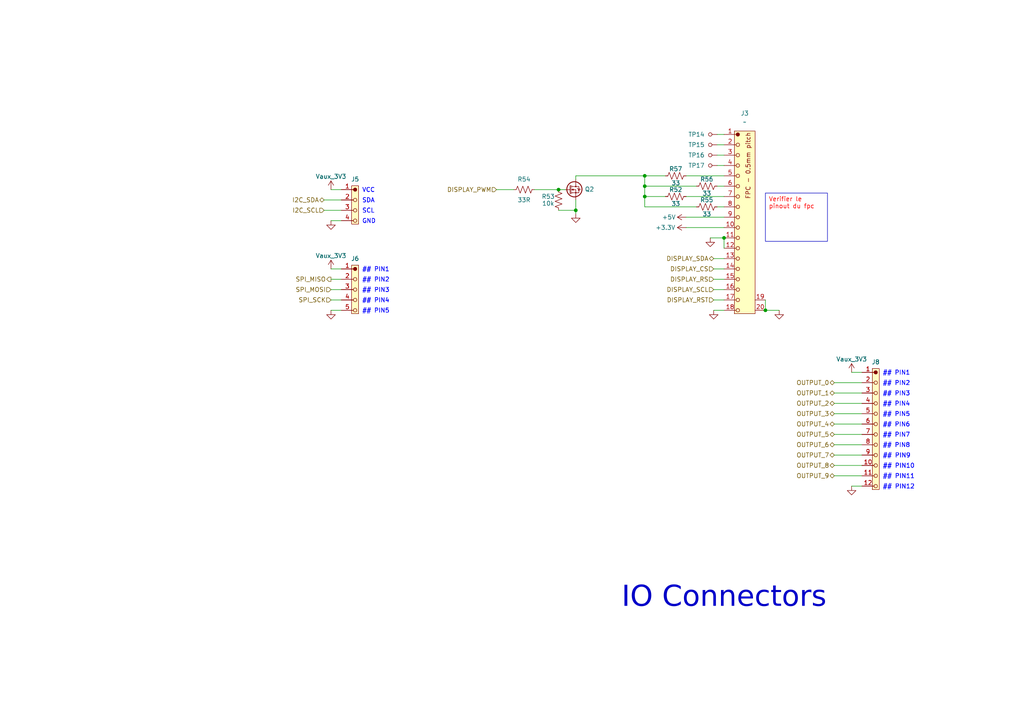
<source format=kicad_sch>
(kicad_sch (version 20250114) (generator "eeschema") (generator_version "9.0")
  (paper "A4")
  (lib_symbols
    (symbol "Connectors:FH34SRJ-18S-0.5SH(50)" (pin_names (hide yes))
      (property "Reference" "J?" (at 6 3 0))
      (symbol "FH34SRJ-18S-0.5SH(50)_0_1"
        (circle (center 4 -3) (radius 0.5))
        (circle (center 4 -6) (radius 0.5))
        (circle (center 4 -9) (radius 0.5))
        (circle (center 4 -12) (radius 0.5))
        (circle (center 4 -15) (radius 0.5))
        (circle (center 4 -18) (radius 0.5))
        (circle (center 4 -21) (radius 0.5))
        (circle (center 4 -24) (radius 0.5))
        (circle (center 4 -27) (radius 0.5))
        (circle (center 4 -30) (radius 0.5))
        (circle (center 4 -33) (radius 0.5))
        (circle (center 4 -36) (radius 0.5))
        (circle (center 4 -39) (radius 0.5))
        (circle (center 4 -42) (radius 0.5))
        (circle (center 4 -45) (radius 0.5))
        (circle (center 4 -48) (radius 0.5))
        (circle (center 4 -51) (radius 0.5))
      )
      (symbol "FH34SRJ-18S-0.5SH(50)_1_1"
        (rectangle (start 3 1) (end 9 -52) (fill (type background)))
        (circle (center 4 0) (radius 0.5) (fill (type outline)))
        (text "FPC - 0.5mm pitch" (at 7 -9 900) (effects (font (size 1.27 1.27))))
        (pin passive line (at 0 0 0) (length 3.5) (name "1") (number "1"))
        (pin passive line (at 0 -3 0) (length 3.5) (name "2") (number "2"))
        (pin passive line (at 0 -6 0) (length 3.5) (name "3") (number "3"))
        (pin passive line (at 0 -9 0) (length 3.5) (name "4") (number "4"))
        (pin passive line (at 0 -12 0) (length 3.5) (name "5") (number "5"))
        (pin passive line (at 0 -15 0) (length 3.5) (name "6") (number "6"))
        (pin passive line (at 0 -18 0) (length 3.5) (name "7") (number "7"))
        (pin passive line (at 0 -21 0) (length 3.5) (name "8") (number "8"))
        (pin passive line (at 0 -24 0) (length 3.5) (name "9") (number "9"))
        (pin passive line (at 0 -27 0) (length 3.5) (name "10") (number "10"))
        (pin passive line (at 0 -30 0) (length 3.5) (name "11") (number "11"))
        (pin passive line (at 0 -33 0) (length 3.5) (name "12") (number "12"))
        (pin passive line (at 0 -36 0) (length 3.5) (name "13") (number "13"))
        (pin passive line (at 0 -39 0) (length 3.5) (name "14") (number "14"))
        (pin passive line (at 0 -42 0) (length 3.5) (name "15") (number "15"))
        (pin passive line (at 0 -45 0) (length 3.5) (name "16") (number "16"))
        (pin passive line (at 0 -48 0) (length 3.5) (name "17") (number "17"))
        (pin passive line (at 0 -51 0) (length 3.5) (name "18") (number "18"))
        (pin passive line (at 12 -48 180) (length 3) (name "19") (number "19"))
        (pin passive line (at 12 -51 180) (length 3) (name "20") (number "20"))
      )
    )
    (symbol "Generics:J_Connector_1x04" (pin_names (offset 0) (hide yes))
      (property "Reference" "J" (at 4 3 0))
      (property "PIN_01" "## PIN1" (at 6 0 0))
      (property "PIN_02" "## PIN2" (at 6 -3 0))
      (property "PIN_03" "## PIN3" (at 6 -6 0))
      (property "PIN_04" "## PIN4" (at 6 -9 0))
      (symbol "J_Connector_1x04_0_1"
        (circle (center 4 -3) (radius 0.5))
        (circle (center 4 -6) (radius 0.5))
        (circle (center 4 -9) (radius 0.5))
      )
      (symbol "J_Connector_1x04_1_1"
        (rectangle (start 3 1.1) (end 5 -10) (fill (type background)))
        (circle (center 4 0) (radius 0.5) (fill (type outline)))
        (pin passive line (at 0 0 0) (length 3.5) (name "1") (number "1"))
        (pin passive line (at 0 -3 0) (length 3.5) (name "2") (number "2"))
        (pin passive line (at 0 -6 0) (length 3.5) (name "3") (number "3"))
        (pin passive line (at 0 -9 0) (length 3.5) (name "4") (number "4"))
      )
    )
    (symbol "Generics:J_Connector_1x05" (pin_names (offset 0) (hide yes))
      (property "Reference" "J" (at 4 3 0))
      (property "PIN_01" "## PIN1" (at 6 0 0))
      (property "PIN_02" "## PIN2" (at 6 -3 0))
      (property "PIN_03" "## PIN3" (at 6 -6 0))
      (property "PIN_04" "## PIN4" (at 6 -9 0))
      (property "PIN_05" "## PIN5" (at 6 -12 0))
      (symbol "J_Connector_1x05_0_1"
        (circle (center 4 -3) (radius 0.5))
        (circle (center 4 -6) (radius 0.5))
        (circle (center 4 -9) (radius 0.5))
        (circle (center 4 -12) (radius 0.5))
      )
      (symbol "J_Connector_1x05_1_1"
        (rectangle (start 3 1.1) (end 5 -13) (fill (type background)))
        (circle (center 4 0) (radius 0.5) (fill (type outline)))
        (pin passive line (at 0 0 0) (length 3.5) (name "1") (number "1"))
        (pin passive line (at 0 -3 0) (length 3.5) (name "2") (number "2"))
        (pin passive line (at 0 -6 0) (length 3.5) (name "3") (number "3"))
        (pin passive line (at 0 -9 0) (length 3.5) (name "4") (number "4"))
        (pin passive line (at 0 -12 0) (length 3.5) (name "5") (number "5"))
      )
    )
    (symbol "Generics:J_Connector_1x12" (pin_names (offset 0) (hide yes))
      (property "Reference" "J" (at 4 3 0))
      (property "PIN_01" "## PIN1" (at 6 0 0))
      (property "PIN_02" "## PIN2" (at 6 -3 0))
      (property "PIN_03" "## PIN3" (at 6 -6 0))
      (property "PIN_04" "## PIN4" (at 6 -9 0))
      (property "PIN_05" "## PIN5" (at 6 -12 0))
      (property "PIN_06" "## PIN6" (at 6 -15 0))
      (property "PIN_07" "## PIN7" (at 6 -18 0))
      (property "PIN_08" "## PIN8" (at 6 -21 0))
      (property "PIN_09" "## PIN9" (at 6 -24 0))
      (property "PIN_10" "## PIN10" (at 6 -27 0))
      (property "PIN_11" "## PIN11" (at 6 -30 0))
      (property "PIN_12" "## PIN12" (at 6 -33 0))
      (symbol "J_Connector_1x12_0_1"
        (circle (center 4 -3) (radius 0.5))
        (circle (center 4 -6) (radius 0.5))
        (circle (center 4 -9) (radius 0.5))
        (circle (center 4 -12) (radius 0.5))
        (circle (center 4 -15) (radius 0.5))
        (circle (center 4 -18) (radius 0.5))
        (circle (center 4 -21) (radius 0.5))
        (circle (center 4 -24) (radius 0.5))
        (circle (center 4 -27) (radius 0.5))
        (circle (center 4 -30) (radius 0.5))
        (circle (center 4 -33) (radius 0.5))
      )
      (symbol "J_Connector_1x12_1_1"
        (rectangle (start 3 1.1) (end 5 -34) (fill (type background)))
        (circle (center 4 0) (radius 0.5) (fill (type outline)))
        (pin passive line (at 0 0 0) (length 3.5) (name "1") (number "1"))
        (pin passive line (at 0 -3 0) (length 3.5) (name "2") (number "2"))
        (pin passive line (at 0 -6 0) (length 3.5) (name "3") (number "3"))
        (pin passive line (at 0 -9 0) (length 3.5) (name "4") (number "4"))
        (pin passive line (at 0 -12 0) (length 3.5) (name "5") (number "5"))
        (pin passive line (at 0 -15 0) (length 3.5) (name "6") (number "6"))
        (pin passive line (at 0 -18 0) (length 3.5) (name "7") (number "7"))
        (pin passive line (at 0 -21 0) (length 3.5) (name "8") (number "8"))
        (pin passive line (at 0 -24 0) (length 3.5) (name "9") (number "9"))
        (pin passive line (at 0 -27 0) (length 3.5) (name "10") (number "10"))
        (pin passive line (at 0 -30 0) (length 3.5) (name "11") (number "11"))
        (pin passive line (at 0 -33 0) (length 3.5) (name "12") (number "12"))
      )
    )
    (symbol "Generics:R" (pin_numbers (hide yes)) (pin_names (offset 0) (hide yes))
      (property "Reference" "R" (at 3 2 0))
      (property "Value" "NI" (at 3 -2.1 0))
      (symbol "R_0_1"
        (polyline (pts (xy 0.7 0) (xy 1.081 1.016) (xy 1.462 0) (xy 1.843 -1.016) (xy 2.224 0)))
        (polyline (pts (xy 2.224 0) (xy 2.605 1.016) (xy 2.986 0) (xy 3.367 -1.016) (xy 3.748 0)))
        (polyline (pts (xy 3.748 0) (xy 4.129 1.016) (xy 4.51 0) (xy 4.891 -1.016) (xy 5.272 0)))
      )
      (symbol "R_1_1"
        (pin passive line (at 0 0 0) (length 0.7) (name "1") (number "1"))
        (pin passive line (at 6 0 180) (length 0.7) (name "1") (number "2"))
      )
    )
    (symbol "PCB_Utils:TP" (pin_numbers (hide yes)) (pin_names (offset 0) (hide yes)) (in_bom no)
      (property "Reference" "TP" (at 0 4 0))
      (symbol "TP_1_1"
        (circle (center 0 2) (radius 0.5))
        (pin input line (at 0 0 90) (length 1.5) (name "1") (number "1"))
      )
    )
    (symbol "Power:+3.3V" (power) (pin_numbers (hide yes)) (pin_names (offset 0) (hide yes))
      (property "Value" "+3.3V" (at 0 3.556 0))
      (symbol "+3.3V_0_1"
        (polyline (pts (xy -0.762 1.27) (xy 0 2.54)))
        (polyline (pts (xy 0 2.54) (xy 0.762 1.27)))
        (polyline (pts (xy 0 0) (xy 0 2.54)))
      )
      (symbol "+3.3V_1_1"
        (pin power_in line (at 0 0 90) (length 0) (hide yes) (name "+3.3V") (number "1"))
      )
    )
    (symbol "Power:+5V" (power) (pin_numbers (hide yes)) (pin_names (offset 0) (hide yes))
      (property "Value" "+5V" (at 0 3.556 0))
      (symbol "+5V_0_1"
        (polyline (pts (xy -0.762 1.27) (xy 0 2.54)))
        (polyline (pts (xy 0 2.54) (xy 0.762 1.27)))
        (polyline (pts (xy 0 0) (xy 0 2.54)))
      )
      (symbol "+5V_1_1"
        (pin power_in line (at 0 0 90) (length 0) (hide yes) (name "+5V") (number "1"))
      )
    )
    (symbol "Power:GND" (power) (pin_numbers (hide yes)) (pin_names (offset 0) (hide yes))
      (symbol "GND_0_1"
        (polyline (pts (xy 0 0) (xy 0 -1.27) (xy 1.27 -1.27) (xy 0 -2.54) (xy -1.27 -1.27) (xy 0 -1.27)))
      )
      (symbol "GND_1_1"
        (pin power_in line (at 0 0 270) (length 0) (hide yes) (name "GND") (number "1"))
      )
    )
    (symbol "Power:VBUS" (power) (pin_numbers (hide yes)) (pin_names (offset 0) (hide yes))
      (property "Value" "VBUS" (at 0 3.81 0))
      (symbol "VBUS_0_1"
        (polyline (pts (xy -0.762 1.27) (xy 0 2.54)))
        (polyline (pts (xy 0 2.54) (xy 0.762 1.27)))
        (polyline (pts (xy 0 0) (xy 0 2.54)))
      )
      (symbol "VBUS_1_1"
        (pin power_in line (at 0 0 90) (length 0) (hide yes) (name "VBUS") (number "1"))
      )
    )
    (symbol "Transistors:AO3400A" (pin_numbers (hide yes)) (pin_names (hide yes))
      (property "Reference" "Q" (at -0.762 2.794 0))
      (symbol "AO3400A_0_1"
        (polyline (pts (xy 1.4 1.2) (xy 1.4 -1.2)) (stroke (width 0.254)))
        (polyline (pts (xy 1.8 -0.9) (xy 3.9 -0.9) (xy 3.9 0.9) (xy 1.8 0.9)))
        (polyline (pts (xy 1.9 0) (xy 2.3 0.2) (xy 2.3 -0.2) (xy 1.9 0)) (fill (type outline)))
        (circle (center 2.6 0.1) (radius 2.2023) (stroke (width 0.254)))
        (circle (center 3 0.9) (radius 0.1414) (fill (type outline)))
        (polyline (pts (xy 3 -0.9) (xy 3 0) (xy 1.8 0)))
        (circle (center 3 -0.9) (radius 0.1414) (fill (type outline)))
        (polyline (pts (xy 3.4 0.4) (xy 3.6 0.2) (xy 4.2 0.2) (xy 4.4 0)))
      )
      (symbol "AO3400A_1_1"
        (polyline (pts (xy 1.8 1.2) (xy 1.8 0.6)))
        (polyline (pts (xy 1.8 0.3) (xy 1.8 -0.3)))
        (polyline (pts (xy 1.8 -0.6) (xy 1.8 -1.2)))
        (polyline (pts (xy 3.9 0.1) (xy 3.7 -0.2) (xy 4.1 -0.2) (xy 3.9 0.1)) (fill (type outline)))
        (pin passive line (at 0 0 0) (length 1.4) (name "G") (number "1"))
        (pin passive line (at 3 3 270) (length 2.1) (name "D") (number "3"))
        (pin passive line (at 3 -3 90) (length 2.1) (name "S") (number "2"))
      )
    )
  )
  (text "IO Connectors" (at 210 175 0) (effects (font (size 6 6))))
  (text_box "Verifier le pinout du fpc\n" (at 222 56 0) (size 18 14) (margins 0.9525 0.9525 0.9525 0.9525) (effects (font (size 1.27 1.27)) (justify left top)))
  (junction (at 167 61))
  (junction (at 210 69))
  (junction (at 222 90))
  (junction (at 187 54))
  (junction (at 187 57))
  (junction (at 162 55))
  (junction (at 187 51))
  (wire (pts (xy 242 117) (xy 250 117)))
  (wire (pts (xy 247 108) (xy 250 108)))
  (wire (pts (xy 199 51) (xy 210 51)))
  (wire (pts (xy 207 90) (xy 210 90)))
  (wire (pts (xy 199 57) (xy 210 57)))
  (wire (pts (xy 96 55) (xy 99 55)))
  (wire (pts (xy 208 60) (xy 210 60)))
  (wire (pts (xy 242 111) (xy 250 111)))
  (wire (pts (xy 96 64) (xy 99 64)))
  (wire (pts (xy 242 132) (xy 250 132)))
  (wire (pts (xy 96 87) (xy 99 87)))
  (wire (pts (xy 206 69) (xy 210 69)))
  (wire (pts (xy 242 135) (xy 250 135)))
  (wire (pts (xy 144 55) (xy 149 55)))
  (wire (pts (xy 199 63) (xy 210 63)))
  (wire (pts (xy 193 57) (xy 187 57)))
  (wire (pts (xy 155 55) (xy 162 55)))
  (wire (pts (xy 242 120) (xy 250 120)))
  (wire (pts (xy 199 66) (xy 210 66)))
  (wire (pts (xy 242 123) (xy 250 123)))
  (wire (pts (xy 202 60) (xy 187 60)))
  (wire (pts (xy 202 54) (xy 187 54)))
  (wire (pts (xy 207 75) (xy 210 75)))
  (wire (pts (xy 242 129) (xy 250 129)))
  (wire (pts (xy 187 60) (xy 187 57)))
  (wire (pts (xy 207 81) (xy 210 81)))
  (wire (pts (xy 96 81) (xy 99 81)))
  (wire (pts (xy 208 42) (xy 210 42)))
  (wire (pts (xy 167 61) (xy 167 62)))
  (wire (pts (xy 208 54) (xy 210 54)))
  (wire (pts (xy 242 114) (xy 250 114)))
  (wire (pts (xy 247 141) (xy 250 141)))
  (wire (pts (xy 167 51) (xy 187 51)))
  (wire (pts (xy 167 58) (xy 167 61)))
  (wire (pts (xy 167 51) (xy 167 52)))
  (wire (pts (xy 187 57) (xy 187 54)))
  (wire (pts (xy 96 84) (xy 99 84)))
  (wire (pts (xy 222 90) (xy 226 90)))
  (wire (pts (xy 94 61) (xy 99 61)))
  (wire (pts (xy 242 138) (xy 250 138)))
  (wire (pts (xy 207 87) (xy 210 87)))
  (wire (pts (xy 162 61) (xy 167 61)))
  (wire (pts (xy 207 84) (xy 210 84)))
  (wire (pts (xy 187 54) (xy 187 51)))
  (wire (pts (xy 96 78) (xy 99 78)))
  (wire (pts (xy 162 55) (xy 164 55)))
  (wire (pts (xy 242 126) (xy 250 126)))
  (wire (pts (xy 208 39) (xy 210 39)))
  (wire (pts (xy 208 45) (xy 210 45)))
  (wire (pts (xy 208 48) (xy 210 48)))
  (wire (pts (xy 222 87) (xy 222 90)))
  (wire (pts (xy 94 58) (xy 99 58)))
  (wire (pts (xy 96 90) (xy 99 90)))
  (wire (pts (xy 187 51) (xy 193 51)))
  (wire (pts (xy 210 69) (xy 210 72)))
  (wire (pts (xy 207 78) (xy 210 78)))
  (hierarchical_label "OUTPUT_0" (shape bidirectional) (at 242 111 180))
  (hierarchical_label "OUTPUT_7" (shape bidirectional) (at 242 132 180))
  (hierarchical_label "I2C_SDA" (shape bidirectional) (at 94 58 180))
  (hierarchical_label "DISPLAY_RST" (shape input) (at 207 87 180))
  (hierarchical_label "DISPLAY_SCL" (shape input) (at 207 84 180))
  (hierarchical_label "I2C_SCL" (shape input) (at 94 61 180))
  (hierarchical_label "DISPLAY_CS" (shape input) (at 207 78 180))
  (hierarchical_label "OUTPUT_4" (shape bidirectional) (at 242 123 180))
  (hierarchical_label "OUTPUT_1" (shape bidirectional) (at 242 114 180))
  (hierarchical_label "OUTPUT_9" (shape bidirectional) (at 242 138 180))
  (hierarchical_label "DISPLAY_RS" (shape input) (at 207 81 180))
  (hierarchical_label "SPI_MOSI" (shape input) (at 96 84 180))
  (hierarchical_label "OUTPUT_3" (shape bidirectional) (at 242 120 180))
  (hierarchical_label "DISPLAY_PWM" (shape input) (at 144 55 180))
  (hierarchical_label "OUTPUT_2" (shape bidirectional) (at 242 117 180))
  (hierarchical_label "OUTPUT_5" (shape bidirectional) (at 242 126 180))
  (hierarchical_label "DISPLAY_SDA" (shape bidirectional) (at 207 75 180))
  (hierarchical_label "SPI_MISO" (shape output) (at 96 81 180))
  (hierarchical_label "OUTPUT_6" (shape bidirectional) (at 242 129 180))
  (hierarchical_label "OUTPUT_8" (shape bidirectional) (at 242 135 180))
  (hierarchical_label "SPI_SCK" (shape input) (at 96 87 180))
  (symbol (lib_id "Power:GND") (at 96 90 0) (unit 1)
    (property "Reference" "#PWR094" (effects (hide yes)))
    (property "Value" "GND" (effects (hide yes)))
    (property "Description" "Power symbol creates a global label with name \"GND\"" (effects (hide yes)))
  )
  (symbol (lib_id "Connectors:FH34SRJ-18S-0.5SH(50)") (at 210 39 0) (unit 1)
    (property "Reference" "J3" (at 216 32.86 0))
    (property "Value" "~" (at 216 35.4 0))
    (property "Footprint" "Connectors:FH34SRJ-18S-0.5SH(50)" (effects (hide yes)))
    (property "Description" "Hirose FPC connector / 18pins 0.5mm pitch" (effects (hide yes)))
    (property "LCSC Part#" "C3169386" (effects (hide yes)))
    (property "Part#" "FH34SRJ-18S-0.5SH(50)" (effects (hide yes)))
  )
  (symbol (lib_id "Power:+3.3V") (at 199 66 90) (unit 1)
    (property "Reference" "#PWR0105" (effects (hide yes)))
    (property "Value" "+3.3V" (at 193 66 90) (effects (font (size 1.25 1.25))))
    (property "Description" "Power symbol creates a global label with name \"+3.3V\"" (effects (hide yes)))
  )
  (symbol (lib_id "Power:GND") (at 226 90 0) (unit 1)
    (property "Reference" "#PWR0109" (effects (hide yes)))
    (property "Value" "GND" (effects (hide yes)))
    (property "Description" "Power symbol creates a global label with name \"GND\"" (effects (hide yes)))
  )
  (symbol (lib_id "Power:VBUS") (at 96 78 0) (unit 1)
    (property "Reference" "#PWR0101" (effects (hide yes)))
    (property "Value" "Vaux_3V3" (at 96 74.19 0) (effects (font (size 1.25 1.25))))
    (property "Description" "Power symbol creates a global label with name \"VBUS\"" (effects (hide yes)))
  )
  (symbol (lib_id "Generics:J_Connector_1x12") (at 250 108 0) (unit 1)
    (property "Reference" "J8" (at 254 105 0) (effects (font (size 1.25 1.25))))
    (property "Footprint" "Generics:Header_1x12_2.54_TH_labels" (effects (hide yes)))
    (property "Description" "Header" (effects (hide yes)))
    (property "PIN_01" "## PIN1" (at 256 108 0) (effects (font (size 1.25 1.25)) (justify left)))
    (property "PIN_02" "## PIN2" (at 256 111 0) (effects (font (size 1.25 1.25)) (justify left)))
    (property "PIN_03" "## PIN3" (at 256 114 0) (effects (font (size 1.25 1.25)) (justify left)))
    (property "PIN_04" "## PIN4" (at 256 117 0) (effects (font (size 1.25 1.25)) (justify left)))
    (property "PIN_05" "## PIN5" (at 256 120 0) (effects (font (size 1.25 1.25)) (justify left)))
    (property "PIN_06" "## PIN6" (at 256 123 0) (effects (font (size 1.25 1.25)) (justify left)))
    (property "PIN_07" "## PIN7" (at 256 126 0) (effects (font (size 1.25 1.25)) (justify left)))
    (property "PIN_08" "## PIN8" (at 256 129 0) (effects (font (size 1.25 1.25)) (justify left)))
    (property "PIN_09" "## PIN9" (at 256 132 0) (effects (justify left)))
    (property "PIN_10" "## PIN10" (at 256 135 0) (effects (justify left)))
    (property "PIN_11" "## PIN11" (at 256 138 0) (effects (justify left)))
    (property "PIN_12" "## PIN12" (at 256 141 0) (effects (justify left)))
  )
  (symbol (lib_id "Power:VBUS") (at 247 108 0) (unit 1)
    (property "Reference" "#PWR0107" (effects (hide yes)))
    (property "Value" "Vaux_3V3" (at 247 104.19 0) (effects (font (size 1.25 1.25))))
    (property "Description" "Power symbol creates a global label with name \"VBUS\"" (effects (hide yes)))
  )
  (symbol (lib_id "Power:VBUS") (at 96 55 0) (unit 1)
    (property "Reference" "#PWR092" (effects (hide yes)))
    (property "Value" "Vaux_3V3" (at 96 51.19 0) (effects (font (size 1.25 1.25))))
    (property "Description" "Power symbol creates a global label with name \"VBUS\"" (effects (hide yes)))
  )
  (symbol (lib_id "Generics:R") (at 202 60 0) (unit 1)
    (property "Reference" "R55" (at 205 58 0) (effects (font (size 1.25 1.25))))
    (property "Value" "33" (at 205 62.1 0) (effects (font (size 1.25 1.25))))
    (property "Description" "Resistor" (effects (hide yes)))
  )
  (symbol (lib_id "Power:GND") (at 207 90 0) (unit 1)
    (property "Reference" "#PWR0104" (effects (hide yes)))
    (property "Value" "GND" (effects (hide yes)))
    (property "Description" "Power symbol creates a global label with name \"GND\"" (effects (hide yes)))
  )
  (symbol (lib_id "PCB_Utils:TP") (at 208 42 90) (unit 1) (in_bom no)
    (property "Reference" "TP15" (at 202 42 90) (effects (font (size 1.25 1.25))))
    (property "Footprint" "PCB_Utils:TP_1.5" (effects (hide yes)))
    (property "Description" "Test point" (effects (hide yes)))
  )
  (symbol (lib_id "Generics:R") (at 193 51 0) (unit 1)
    (property "Reference" "R57" (at 196 49 0) (effects (font (size 1.25 1.25))))
    (property "Value" "33" (at 196 53.1 0) (effects (font (size 1.25 1.25))))
    (property "Description" "Resistor" (effects (hide yes)))
  )
  (symbol (lib_id "PCB_Utils:TP") (at 208 39 90) (unit 1) (in_bom no)
    (property "Reference" "TP14" (at 202 39 90) (effects (font (size 1.25 1.25))))
    (property "Footprint" "PCB_Utils:TP_1.5" (effects (hide yes)))
    (property "Description" "Test point" (effects (hide yes)))
  )
  (symbol (lib_id "Generics:R") (at 162 61 90) (unit 1)
    (property "Reference" "R53" (at 159 57 90) (effects (font (size 1.25 1.25))))
    (property "Value" "10k" (at 159 59 90) (effects (font (size 1.25 1.25))))
    (property "Footprint" "Generics:R_0603" (effects (hide yes)))
    (property "Description" "Resistor" (effects (hide yes)))
  )
  (symbol (lib_id "Transistors:AO3400A") (at 164 55 0) (unit 1)
    (property "Reference" "Q2" (at 169.59 54.8999 0) (effects (justify left)))
    (property "Value" "AO3400A" (effects (hide yes)))
    (property "Footprint" "Transistors:SOT-23-3_L2.9-W1.3-P1.90-LS2.4-BR" (effects (hide yes)))
    (property "Datasheet" "https://www.diodes.com/assets/Package-Files/SOT23.pdf" (effects (hide yes)))
    (property "Description" "N-Channel MOSFET - 30V - 5.7A - Logic Level" (effects (hide yes)))
    (property "LCSC Part #" "C20917" (effects (hide yes)))
  )
  (symbol (lib_id "Power:GND") (at 96 64 0) (unit 1)
    (property "Reference" "#PWR093" (effects (hide yes)))
    (property "Value" "GND" (effects (hide yes)))
    (property "Description" "Power symbol creates a global label with name \"GND\"" (effects (hide yes)))
  )
  (symbol (lib_id "Power:+5V") (at 199 63 90) (unit 1)
    (property "Reference" "#PWR095" (effects (hide yes)))
    (property "Value" "+5V" (at 194 63 90) (effects (font (size 1.25 1.25))))
    (property "Description" "Power symbol creates a global label with name \"+5V\"" (effects (hide yes)))
  )
  (symbol (lib_id "Generics:J_Connector_1x04") (at 99 55 0) (unit 1)
    (property "Reference" "J5" (at 103 52 0) (effects (font (size 1.25 1.25))))
    (property "Footprint" "Generics:Header_1x04_2.54_TH_labels" (effects (hide yes)))
    (property "Description" "Header" (effects (hide yes)))
    (property "PIN_01" "VCC" (at 105 55 0) (effects (font (size 1.25 1.25)) (justify left)))
    (property "PIN_02" "SDA" (at 105 58 0) (effects (font (size 1.25 1.25)) (justify left)))
    (property "PIN_03" "SCL" (at 105 61 0) (effects (font (size 1.25 1.25)) (justify left)))
    (property "PIN_04" "GND" (at 105 64 0) (effects (font (size 1.25 1.25)) (justify left)))
  )
  (symbol (lib_id "Power:GND") (at 206 69 0) (unit 1)
    (property "Reference" "#PWR0103" (effects (hide yes)))
    (property "Value" "GND" (effects (hide yes)))
    (property "Description" "Power symbol creates a global label with name \"GND\"" (effects (hide yes)))
  )
  (symbol (lib_id "Generics:R") (at 155 55 180) (unit 1)
    (property "Reference" "R54" (at 152 52 0) (effects (font (size 1.25 1.25))))
    (property "Value" "33R" (at 152 58 0) (effects (font (size 1.25 1.25))))
    (property "Footprint" "Generics:R_0402" (effects (hide yes)))
    (property "Description" "Resistor" (effects (hide yes)))
    (property "LCSC Part #" "C25105" (effects (hide yes)))
  )
  (symbol (lib_id "Generics:J_Connector_1x05") (at 99 78 0) (unit 1)
    (property "Reference" "J6" (at 103 75 0) (effects (font (size 1.25 1.25))))
    (property "Footprint" "Generics:Header_1x05_2.54_TH_labels" (effects (hide yes)))
    (property "Description" "Header" (effects (hide yes)))
    (property "PIN_01" "## PIN1" (at 105 78 0) (effects (font (size 1.25 1.25)) (justify left)))
    (property "PIN_02" "## PIN2" (at 105 81 0) (effects (font (size 1.25 1.25)) (justify left)))
    (property "PIN_03" "## PIN3" (at 105 84 0) (effects (font (size 1.25 1.25)) (justify left)))
    (property "PIN_04" "## PIN4" (at 105 87 0) (effects (font (size 1.25 1.25)) (justify left)))
    (property "PIN_05" "## PIN5" (at 105 90 0) (effects (font (size 1.25 1.25)) (justify left)))
  )
  (symbol (lib_id "Generics:R") (at 193 57 0) (unit 1)
    (property "Reference" "R52" (at 196 55 0) (effects (font (size 1.25 1.25))))
    (property "Value" "33" (at 196 59.1 0) (effects (font (size 1.25 1.25))))
    (property "Description" "Resistor" (effects (hide yes)))
  )
  (symbol (lib_id "Generics:R") (at 202 54 0) (unit 1)
    (property "Reference" "R56" (at 205 52 0) (effects (font (size 1.25 1.25))))
    (property "Value" "33" (at 205 56.1 0) (effects (font (size 1.25 1.25))))
    (property "Description" "Resistor" (effects (hide yes)))
  )
  (symbol (lib_id "PCB_Utils:TP") (at 208 45 90) (unit 1) (in_bom no)
    (property "Reference" "TP16" (at 202 45 90) (effects (font (size 1.25 1.25))))
    (property "Footprint" "PCB_Utils:TP_1.5" (effects (hide yes)))
    (property "Description" "Test point" (effects (hide yes)))
  )
  (symbol (lib_id "Power:GND") (at 167 62 0) (unit 1)
    (property "Reference" "#PWR0106" (effects (hide yes)))
    (property "Value" "GND" (effects (hide yes)))
    (property "Description" "Power symbol creates a global label with name \"GND\"" (effects (hide yes)))
  )
  (symbol (lib_id "Power:GND") (at 247 141 0) (unit 1)
    (property "Reference" "#PWR0108" (effects (hide yes)))
    (property "Value" "GND" (effects (hide yes)))
    (property "Description" "Power symbol creates a global label with name \"GND\"" (effects (hide yes)))
  )
  (symbol (lib_id "PCB_Utils:TP") (at 208 48 90) (unit 1) (in_bom no)
    (property "Reference" "TP17" (at 202 48 90) (effects (font (size 1.25 1.25))))
    (property "Footprint" "PCB_Utils:TP_1.5" (effects (hide yes)))
    (property "Description" "Test point" (effects (hide yes)))
  )
)
</source>
